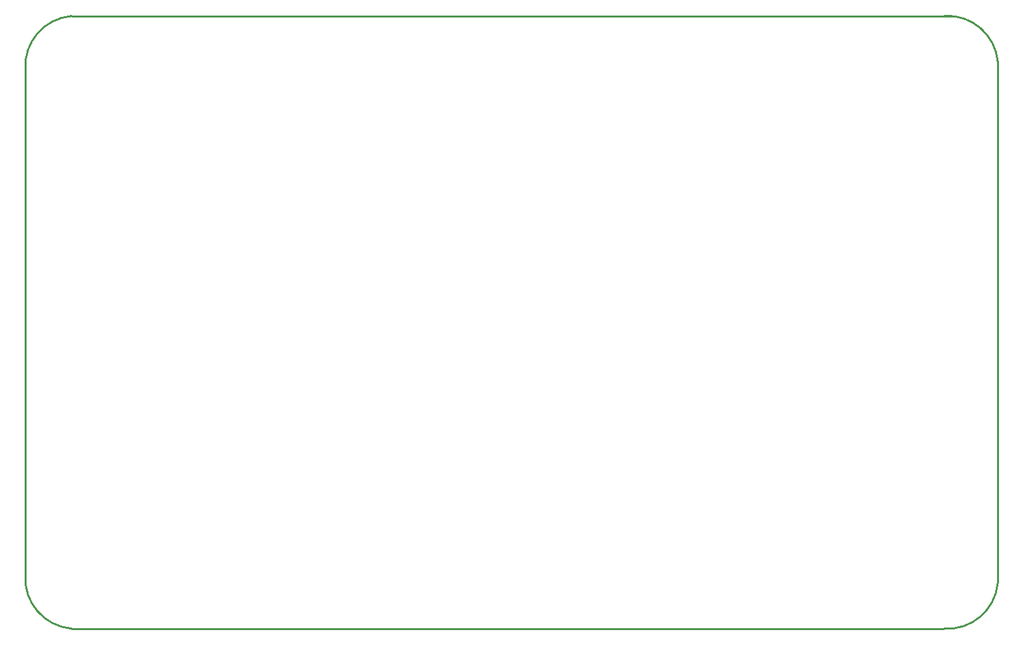
<source format=gko>
G04 ---------------------------- Layer name :KeepOutLayer *
G04 easyEDA 0.1*
G04 Scale: 100 percent, Rotated: No, Reflected: No *
G04 Dimensions in inches *
G04 leading zeros omitted , absolute positions ,2 integer and 4 * 
%FSLAX24Y24*%
%MOIN*%
G90*
G70D02*

%ADD10C,0.010000*%
G54D10*
G75*
G01X2417Y62796D02*
G03X55Y60041I230J-2587D01*
G01*
G75*
G01X50058Y60439D02*
G03X47303Y62801I-2588J-231D01*
G01*
G75*
G01X2417Y31299D02*
G02X54Y34054I230J2587D01*
G01*
G75*
G01X50058Y33655D02*
G02X47303Y31295I-2588J232D01*
G01*
G01X50054Y60434D02*
G01X50054Y33663D01*
G01X47299Y31300D02*
G01X2417Y31300D01*
G01X55Y34056D02*
G01X55Y60041D01*
G01X2417Y62796D02*
G01X47692Y62796D01*

%LPD*%
%LNVIA PAD TRACK COPPERAREA*%

M00*
M02*
</source>
